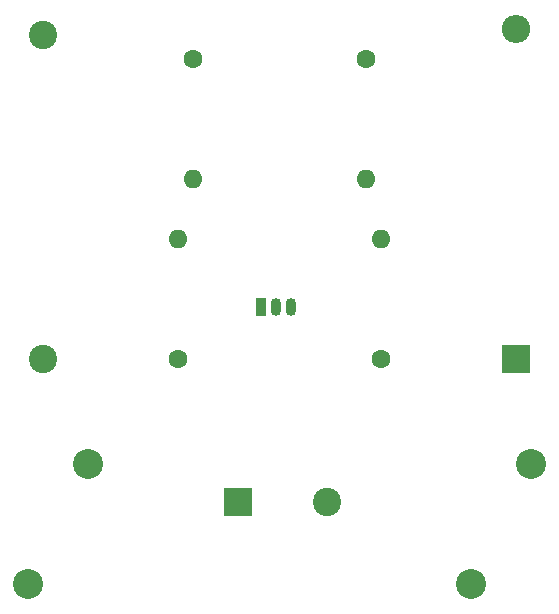
<source format=gbr>
G04 #@! TF.FileFunction,Copper,L2,Bot,Signal*
%FSLAX46Y46*%
G04 Gerber Fmt 4.6, Leading zero omitted, Abs format (unit mm)*
G04 Created by KiCad (PCBNEW 4.0.5) date 05/24/17 23:08:23*
%MOMM*%
%LPD*%
G01*
G04 APERTURE LIST*
%ADD10C,0.100000*%
%ADD11C,1.600000*%
%ADD12O,1.600000X1.600000*%
%ADD13C,2.400000*%
%ADD14R,2.400000X2.400000*%
%ADD15O,2.400000X2.400000*%
%ADD16C,2.540000*%
%ADD17O,0.900000X1.500000*%
%ADD18R,0.900000X1.500000*%
G04 APERTURE END LIST*
D10*
D11*
X159385000Y-72390000D03*
D12*
X159385000Y-82550000D03*
D13*
X132080000Y-97790000D03*
X132080000Y-70290000D03*
D11*
X143510000Y-97790000D03*
D12*
X143510000Y-87630000D03*
D14*
X148590000Y-109855000D03*
D13*
X156090000Y-109855000D03*
D14*
X172085000Y-97790000D03*
D15*
X172085000Y-69790000D03*
D16*
X130810000Y-116840000D03*
X135890000Y-106680000D03*
X173355000Y-106680000D03*
X168275000Y-116840000D03*
D17*
X151765000Y-93345000D03*
X153035000Y-93345000D03*
D18*
X150495000Y-93345000D03*
D11*
X144780000Y-72390000D03*
D12*
X144780000Y-82550000D03*
D11*
X160655000Y-97790000D03*
D12*
X160655000Y-87630000D03*
M02*

</source>
